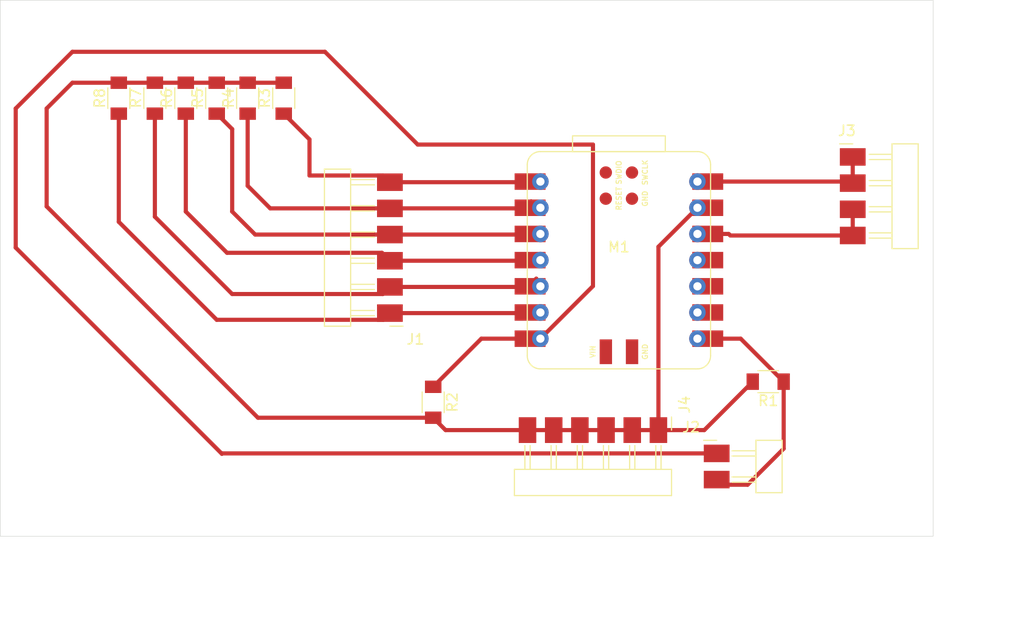
<source format=kicad_pcb>
(kicad_pcb (version 20241229) (generator "pcbnew") (generator_version "9.0")
  (layers (0 "F.Cu" signal) (2 "B.Cu" signal) (13 "F.Paste" user) (15 "B.Paste" user) (5 "F.SilkS" user "F.Silkscreen") (7 "B.SilkS" user "B.Silkscreen") (1 "F.Mask" user) (3 "B.Mask" user) (25 "Edge.Cuts" user))
  (net 0 "")
  (net 1 "Net-(J1-Pin_2)")
  (net 2 "Net-(J1-Pin_3)")
  (net 3 "Net-(J1-Pin_1)")
  (net 4 "Net-(J1-Pin_6)")
  (net 5 "Net-(J1-Pin_5)")
  (net 6 "Net-(J1-Pin_4)")
  (net 7 "Net-(J2-Pin_1)")
  (net 8 "Net-(J2-Pin_2)")
  (net 9 "Net-(J3-Pin_1)")
  (net 10 "Net-(J3-Pin_3)")
  (net 11 "Net-(J4-Pin_1)")
  (footprint "fab:R_1206" (layer "F.Cu") (at 90.5 70 90)
    (property "Reference" "R7" (at 0 -1.85 90) (layer "F.SilkS"))
    (property "Value" "R_1206")
    (fp_line (start -1 -1.07) (end 1 -1.07) (stroke (width 0.12)) (layer "F.SilkS"))
    (fp_line (start 1 1.07) (end -1 1.07) (stroke (width 0.12)) (layer "F.SilkS"))
    (pad "1" smd rect (at -1.5 0 90) (size 1.2 1.6) (layers "F.Cu" "F.Mask" "F.Paste") (net 1 "Net-(J1-Pin_2)"))
    (pad "2" smd rect (at 1.5 0 90) (size 1.2 1.6) (layers "F.Cu" "F.Mask" "F.Paste") (net 11 "Net-(J4-Pin_1)"))
  )
  (footprint "fab:PinHeader_01x02_P2.54mm_Horizontal_SMD" (layer "F.Cu") (at 145 104.46)
    (property "Reference" "J2" (at -1.524 -2.54 0) (layer "F.SilkS") (effects (justify right)))
    (property "Value" "PinHeader_01x02_P2.54mm_Horizontal_SMD")
    (fp_line (start -1.27 -1.27) (end 0 -1.27) (stroke (width 0.12)) (layer "F.SilkS"))
    (fp_line (start 3.81 -1.27) (end 6.35 -1.27) (stroke (width 0.12)) (layer "F.SilkS"))
    (fp_line (start 3.81 -0.254) (end 1.5 -0.254) (stroke (width 0.12)) (layer "F.SilkS"))
    (fp_line (start 3.81 0.254) (end 1.5 0.254) (stroke (width 0.12)) (layer "F.SilkS"))
    (fp_line (start 3.81 2.286) (end 1.5 2.286) (stroke (width 0.12)) (layer "F.SilkS"))
    (fp_line (start 3.81 2.794) (end 1.5 2.794) (stroke (width 0.12)) (layer "F.SilkS"))
    (fp_line (start 3.81 3.81) (end 3.81 -1.27) (stroke (width 0.12)) (layer "F.SilkS"))
    (fp_line (start 6.35 -1.27) (end 6.35 3.81) (stroke (width 0.12)) (layer "F.SilkS"))
    (fp_line (start 6.35 3.81) (end 3.81 3.81) (stroke (width 0.12)) (layer "F.SilkS"))
    (pad "1" smd rect (at 0 0) (size 2.5 1.7) (layers "F.Cu" "F.Mask" "F.Paste") (net 7 "Net-(J2-Pin_1)"))
    (pad "2" smd rect (at 0 2.54) (size 2.5 1.7) (layers "F.Cu" "F.Mask" "F.Paste") (net 8 "Net-(J2-Pin_2)"))
  )
  (footprint "fab:R_1206" (layer "F.Cu") (at 96.5 70 90)
    (property "Reference" "R5" (at 0 -1.85 90) (layer "F.SilkS"))
    (property "Value" "R_1206")
    (fp_line (start -1 -1.07) (end 1 -1.07) (stroke (width 0.12)) (layer "F.SilkS"))
    (fp_line (start 1 1.07) (end -1 1.07) (stroke (width 0.12)) (layer "F.SilkS"))
    (pad "1" smd rect (at -1.5 0 90) (size 1.2 1.6) (layers "F.Cu" "F.Mask" "F.Paste") (net 6 "Net-(J1-Pin_4)"))
    (pad "2" smd rect (at 1.5 0 90) (size 1.2 1.6) (layers "F.Cu" "F.Mask" "F.Paste") (net 11 "Net-(J4-Pin_1)"))
  )
  (footprint "fab:SeeedStudio_XIAO_RP2040" (layer "F.Cu") (at 135.515 85.71)
    (property "Reference" "M1" (at 0 -1.27 0) (layer "F.SilkS"))
    (property "Value" "Module_XIAO-RP2040")
    (fp_line (start -8.8875 9.281) (end -8.8875 -9.261) (stroke (width 0.12)) (layer "F.SilkS"))
    (fp_line (start -7.6175 -10.531) (end 7.6225 -10.531) (stroke (width 0.12)) (layer "F.SilkS"))
    (fp_line (start 7.6225 10.551) (end -7.6175 10.551) (stroke (width 0.12)) (layer "F.SilkS"))
    (fp_line (start 8.8925 -9.261) (end 8.8925 9.281) (stroke (width 0.12)) (layer "F.SilkS"))
    (fp_rect (start -4.4975 -10.531) (end 4.5025 -12.055) (stroke (width 0.12)) (fill no) (layer "F.SilkS"))
    (fp_arc (start -8.8875 -9.261) (mid -8.515526 -10.159026) (end -7.6175 -10.531) (stroke (width 0.12)) (layer "F.SilkS"))
    (fp_arc (start -7.6175 10.551) (mid -8.515526 10.179026) (end -8.8875 9.281) (stroke (width 0.12)) (layer "F.SilkS"))
    (fp_arc (start 7.6225 -10.531) (mid 8.520526 -10.159026) (end 8.8925 -9.261) (stroke (width 0.12)) (layer "F.SilkS"))
    (fp_arc (start 8.8925 9.281) (mid 8.520526 10.179026) (end 7.6225 10.551) (stroke (width 0.12)) (layer "F.SilkS"))
    (fp_text user "SWCLK" (at 2.54 -8.5 90) (layer "F.SilkS") (effects (font (size 0.5 0.5) (thickness 0.1) (bold yes))))
    (fp_text user "GND" (at 2.545 8.89 90) (layer "F.SilkS") (effects (font (size 0.5 0.5) (thickness 0.1) (bold yes))))
    (fp_text user "VIN" (at -2.535 8.89 90) (layer "F.SilkS") (effects (font (size 0.5 0.5) (thickness 0.1) (bold yes))))
    (fp_text user "SWDIO" (at 0 -8.5 90) (layer "F.SilkS") (effects (font (size 0.5 0.5) (thickness 0.1) (bold yes))))
    (fp_text user "RESET" (at 0 -5.96 90) (layer "F.SilkS") (effects (font (size 0.5 0.5) (thickness 0.1) (bold yes))))
    (fp_text user "GND" (at 2.54 -5.96 90) (layer "F.SilkS") (effects (font (size 0.5 0.5) (thickness 0.1) (bold yes))))
    (pad "1" thru_hole circle (at -7.615 -7.62) (size 1.6 1.6) (drill 0.8) (layers "*.Cu" "*.Mask") (net 3 "Net-(J1-Pin_1)"))
    (pad "1" smd rect (at -7.615 -7.62) (size 3 1.6) (drill (offset -1 0)) (layers "F.Cu" "F.Mask" "F.Paste") (net 3 "Net-(J1-Pin_1)"))
    (pad "2" thru_hole circle (at -7.615 -5.08) (size 1.6 1.6) (drill 0.8) (layers "*.Cu" "*.Mask") (net 1 "Net-(J1-Pin_2)"))
    (pad "2" smd rect (at -7.615 -5.08) (size 3 1.6) (drill (offset -1 0)) (layers "F.Cu" "F.Mask" "F.Paste") (net 1 "Net-(J1-Pin_2)"))
    (pad "3" thru_hole circle (at -7.615 -2.54) (size 1.6 1.6) (drill 0.8) (layers "*.Cu" "*.Mask") (net 2 "Net-(J1-Pin_3)"))
    (pad "3" smd rect (at -7.615 -2.54) (size 3 1.6) (drill (offset -1 0)) (layers "F.Cu" "F.Mask" "F.Paste") (net 2 "Net-(J1-Pin_3)"))
    (pad "4" thru_hole circle (at -7.615 0) (size 1.6 1.6) (drill 0.8) (layers "*.Cu" "*.Mask") (net 6 "Net-(J1-Pin_4)"))
    (pad "4" smd rect (at -7.615 0) (size 3 1.6) (drill (offset -1 0)) (layers "F.Cu" "F.Mask" "F.Paste") (net 6 "Net-(J1-Pin_4)"))
    (pad "5" thru_hole circle (at -7.615 2.54) (size 1.6 1.6) (drill 0.8) (layers "*.Cu" "*.Mask") (net 5 "Net-(J1-Pin_5)"))
    (pad "5" smd rect (at -7.615 2.54) (size 3 1.6) (drill (offset -1 0)) (layers "F.Cu" "F.Mask" "F.Paste") (net 5 "Net-(J1-Pin_5)"))
    (pad "6" thru_hole circle (at -7.615 5.08) (size 1.6 1.6) (drill 0.8) (layers "*.Cu" "*.Mask") (net 4 "Net-(J1-Pin_6)"))
    (pad "6" smd rect (at -7.615 5.08) (size 3 1.6) (drill (offset -1 0)) (layers "F.Cu" "F.Mask" "F.Paste") (net 4 "Net-(J1-Pin_6)"))
    (pad "7" thru_hole circle (at -7.615 7.62) (size 1.6 1.6) (drill 0.8) (layers "*.Cu" "*.Mask") (net 7 "Net-(J2-Pin_1)"))
    (pad "7" smd rect (at -7.615 7.62) (size 3 1.6) (drill (offset -1 0)) (layers "F.Cu" "F.Mask" "F.Paste") (net 7 "Net-(J2-Pin_1)"))
    (pad "8" thru_hole circle (at 7.62 7.62) (size 1.6 1.6) (drill 0.8) (layers "*.Cu" "*.Mask") (net 8 "Net-(J2-Pin_2)"))
    (pad "8" smd rect (at 7.62 7.62) (size 3 1.6) (drill (offset 1 0)) (layers "F.Cu" "F.Mask" "F.Paste") (net 8 "Net-(J2-Pin_2)"))
    (pad "9" thru_hole circle (at 7.62 5.08) (size 1.6 1.6) (drill 0.8) (layers "*.Cu" "*.Mask"))
    (pad "9" smd rect (at 7.62 5.08) (size 3 1.6) (drill (offset 1 0)) (layers "F.Cu" "F.Mask" "F.Paste"))
    (pad "10" thru_hole circle (at 7.62 2.54) (size 1.6 1.6) (drill 0.8) (layers "*.Cu" "*.Mask"))
    (pad "10" smd rect (at 7.62 2.54) (size 3 1.6) (drill (offset 1 0)) (layers "F.Cu" "F.Mask" "F.Paste"))
    (pad "11" thru_hole circle (at 7.62 0) (size 1.6 1.6) (drill 0.8) (layers "*.Cu" "*.Mask"))
    (pad "11" smd rect (at 7.62 0) (size 3 1.6) (drill (offset 1 0)) (layers "F.Cu" "F.Mask" "F.Paste"))
    (pad "12" thru_hole circle (at 7.62 -2.54) (size 1.6 1.6) (drill 0.8) (layers "*.Cu" "*.Mask") (net 10 "Net-(J3-Pin_3)"))
    (pad "12" smd rect (at 7.62 -2.54) (size 3 1.6) (drill (offset 1 0)) (layers "F.Cu" "F.Mask" "F.Paste") (net 10 "Net-(J3-Pin_3)"))
    (pad "13" thru_hole circle (at 7.62 -5.08) (size 1.6 1.6) (drill 0.8) (layers "*.Cu" "*.Mask") (net 11 "Net-(J4-Pin_1)"))
    (pad "13" smd rect (at 7.62 -5.08) (size 3 1.6) (drill (offset 1 0)) (layers "F.Cu" "F.Mask" "F.Paste") (net 11 "Net-(J4-Pin_1)"))
    (pad "14" thru_hole circle (at 7.62 -7.62) (size 1.6 1.6) (drill 0.8) (layers "*.Cu" "*.Mask") (net 9 "Net-(J3-Pin_1)"))
    (pad "14" smd rect (at 7.62 -7.62) (size 3 1.6) (drill (offset 1 0)) (layers "F.Cu" "F.Mask" "F.Paste") (net 9 "Net-(J3-Pin_1)"))
    (pad "15" smd rect (at 1.275 8.89 270) (size 2.4 1.2) (layers "F.Cu" "F.Mask" "F.Paste"))
    (pad "16" smd rect (at -1.265 8.89 270) (size 2.4 1.2) (layers "F.Cu" "F.Mask" "F.Paste"))
    (pad "17" smd circle (at -1.27 -8.5) (size 1.2 1.2) (layers "F.Cu" "F.Mask" "F.Paste"))
    (pad "18" smd circle (at -1.27 -5.96) (size 1.2 1.2) (layers "F.Cu" "F.Mask" "F.Paste"))
    (pad "19" smd circle (at 1.27 -5.96) (size 1.2 1.2) (layers "F.Cu" "F.Mask" "F.Paste"))
    (pad "20" smd circle (at 1.27 -8.5) (size 1.2 1.2) (layers "F.Cu" "F.Mask" "F.Paste"))
  )
  (footprint "fab:PinHeader_01x06_P2.54mm_Horizontal_SMD" (layer "F.Cu") (at 113.3 90.85 180)
    (property "Reference" "J1" (at -1.524 -2.54 0) (layer "F.SilkS") (effects (justify left)))
    (property "Value" "PinHeader_01x06_P2.54mm_Horizontal_SMD")
    (fp_line (start 6.35 13.97) (end 3.81 13.97) (stroke (width 0.12)) (layer "F.SilkS"))
    (fp_line (start 6.35 -1.27) (end 6.35 13.97) (stroke (width 0.12)) (layer "F.SilkS"))
    (fp_line (start 3.81 13.97) (end 3.81 -1.27) (stroke (width 0.12)) (layer "F.SilkS"))
    (fp_line (start 3.81 12.954) (end 1.5 12.954) (stroke (width 0.12)) (layer "F.SilkS"))
    (fp_line (start 3.81 12.446) (end 1.5 12.446) (stroke (width 0.12)) (layer "F.SilkS"))
    (fp_line (start 3.81 10.414) (end 1.5 10.414) (stroke (width 0.12)) (layer "F.SilkS"))
    (fp_line (start 3.81 9.906) (end 1.5 9.906) (stroke (width 0.12)) (layer "F.SilkS"))
    (fp_line (start 3.81 7.874) (end 1.5 7.874) (stroke (width 0.12)) (layer "F.SilkS"))
    (fp_line (start 3.81 7.366) (end 1.5 7.366) (stroke (width 0.12)) (layer "F.SilkS"))
    (fp_line (start 3.81 5.334) (end 1.5 5.334) (stroke (width 0.12)) (layer "F.SilkS"))
    (fp_line (start 3.81 4.826) (end 1.5 4.826) (stroke (width 0.12)) (layer "F.SilkS"))
    (fp_line (start 3.81 2.794) (end 1.5 2.794) (stroke (width 0.12)) (layer "F.SilkS"))
    (fp_line (start 3.81 2.286) (end 1.5 2.286) (stroke (width 0.12)) (layer "F.SilkS"))
    (fp_line (start 3.81 0.254) (end 1.5 0.254) (stroke (width 0.12)) (layer "F.SilkS"))
    (fp_line (start 3.81 -0.254) (end 1.5 -0.254) (stroke (width 0.12)) (layer "F.SilkS"))
    (fp_line (start 3.81 -1.27) (end 6.35 -1.27) (stroke (width 0.12)) (layer "F.SilkS"))
    (fp_line (start -1.27 -1.27) (end 0 -1.27) (stroke (width 0.12)) (layer "F.SilkS"))
    (pad "1" smd rect (at 0 0 180) (size 2.5 1.7) (layers "F.Cu" "F.Mask" "F.Paste") (net 3 "Net-(J1-Pin_1)"))
    (pad "2" smd rect (at 0 2.54 180) (size 2.5 1.7) (layers "F.Cu" "F.Mask" "F.Paste") (net 1 "Net-(J1-Pin_2)"))
    (pad "3" smd rect (at 0 5.08 180) (size 2.5 1.7) (layers "F.Cu" "F.Mask" "F.Paste") (net 2 "Net-(J1-Pin_3)"))
    (pad "4" smd rect (at 0 7.62 180) (size 2.5 1.7) (layers "F.Cu" "F.Mask" "F.Paste") (net 6 "Net-(J1-Pin_4)"))
    (pad "5" smd rect (at 0 10.16 180) (size 2.5 1.7) (layers "F.Cu" "F.Mask" "F.Paste") (net 5 "Net-(J1-Pin_5)"))
    (pad "6" smd rect (at 0 12.7 180) (size 2.5 1.7) (layers "F.Cu" "F.Mask" "F.Paste") (net 4 "Net-(J1-Pin_6)"))
  )
  (footprint "fab:R_1206" (layer "F.Cu") (at 117.5 99.5 -90)
    (property "Reference" "R2" (at 0 -1.85 90) (layer "F.SilkS"))
    (property "Value" "R_1206")
    (fp_line (start 1 1.07) (end -1 1.07) (stroke (width 0.12)) (layer "F.SilkS"))
    (fp_line (start -1 -1.07) (end 1 -1.07) (stroke (width 0.12)) (layer "F.SilkS"))
    (pad "1" smd rect (at -1.5 0 270) (size 1.2 1.6) (layers "F.Cu" "F.Mask" "F.Paste") (net 7 "Net-(J2-Pin_1)"))
    (pad "2" smd rect (at 1.5 0 270) (size 1.2 1.6) (layers "F.Cu" "F.Mask" "F.Paste") (net 11 "Net-(J4-Pin_1)"))
  )
  (footprint "fab:R_1206" (layer "F.Cu") (at 99.5 70 90)
    (property "Reference" "R4" (at 0 -1.85 90) (layer "F.SilkS"))
    (property "Value" "R_1206")
    (fp_line (start -1 -1.07) (end 1 -1.07) (stroke (width 0.12)) (layer "F.SilkS"))
    (fp_line (start 1 1.07) (end -1 1.07) (stroke (width 0.12)) (layer "F.SilkS"))
    (pad "1" smd rect (at -1.5 0 90) (size 1.2 1.6) (layers "F.Cu" "F.Mask" "F.Paste") (net 5 "Net-(J1-Pin_5)"))
    (pad "2" smd rect (at 1.5 0 90) (size 1.2 1.6) (layers "F.Cu" "F.Mask" "F.Paste") (net 11 "Net-(J4-Pin_1)"))
  )
  (footprint "fab:PinHeader_01x04_P2.54mm_Horizontal_SMD" (layer "F.Cu") (at 158.2 75.7)
    (property "Reference" "J3" (at -1.524 -2.54 180) (layer "F.SilkS") (effects (justify left)))
    (property "Value" "PinHeader_01x04_P2.54mm_Horizontal_SMD")
    (fp_line (start -1.27 -1.27) (end 0 -1.27) (stroke (width 0.12)) (layer "F.SilkS"))
    (fp_line (start 3.81 -1.27) (end 6.35 -1.27) (stroke (width 0.12)) (layer "F.SilkS"))
    (fp_line (start 3.81 -0.254) (end 1.6 -0.254) (stroke (width 0.12)) (layer "F.SilkS"))
    (fp_line (start 3.81 0.254) (end 1.6 0.254) (stroke (width 0.12)) (layer "F.SilkS"))
    (fp_line (start 3.81 2.286) (end 1.6 2.286) (stroke (width 0.12)) (layer "F.SilkS"))
    (fp_line (start 3.81 2.794) (end 1.6 2.794) (stroke (width 0.12)) (layer "F.SilkS"))
    (fp_line (start 3.81 4.826) (end 1.6 4.826) (stroke (width 0.12)) (layer "F.SilkS"))
    (fp_line (start 3.81 5.334) (end 1.6 5.334) (stroke (width 0.12)) (layer "F.SilkS"))
    (fp_line (start 3.81 7.366) (end 1.6 7.366) (stroke (width 0.12)) (layer "F.SilkS"))
    (fp_line (start 3.81 7.874) (end 1.6 7.874) (stroke (width 0.12)) (layer "F.SilkS"))
    (fp_line (start 3.81 8.89) (end 3.81 -1.27) (stroke (width 0.12)) (layer "F.SilkS"))
    (fp_line (start 6.35 -1.27) (end 6.35 8.89) (stroke (width 0.12)) (layer "F.SilkS"))
    (fp_line (start 6.35 8.89) (end 3.81 8.89) (stroke (width 0.12)) (layer "F.SilkS"))
    (pad "1" smd rect (at 0 0) (size 2.5 1.7) (layers "F.Cu" "F.Mask" "F.Paste") (net 9 "Net-(J3-Pin_1)"))
    (pad "2" smd rect (at 0 2.54) (size 2.5 1.7) (layers "F.Cu" "F.Mask" "F.Paste") (net 9 "Net-(J3-Pin_1)"))
    (pad "3" smd rect (at 0 5.08) (size 2.5 1.7) (layers "F.Cu" "F.Mask" "F.Paste") (net 10 "Net-(J3-Pin_3)"))
    (pad "4" smd rect (at 0 7.62) (size 2.5 1.7) (layers "F.Cu" "F.Mask" "F.Paste") (net 10 "Net-(J3-Pin_3)"))
  )
  (footprint "fab:PinHeader_01x06_P2.54mm_Horizontal_SMD" (layer "F.Cu") (at 139.35 102.2 -90)
    (property "Reference" "J4" (at -1.524 -2.54 90) (layer "F.SilkS") (effects (justify left)))
    (property "Value" "PinHeader_01x06_P2.54mm_Horizontal_SMD")
    (fp_line (start 3.81 13.97) (end 3.81 -1.27) (stroke (width 0.12)) (layer "F.SilkS"))
    (fp_line (start 6.35 13.97) (end 3.81 13.97) (stroke (width 0.12)) (layer "F.SilkS"))
    (fp_line (start 3.81 12.954) (end 1.5 12.954) (stroke (width 0.12)) (layer "F.SilkS"))
    (fp_line (start 3.81 12.446) (end 1.5 12.446) (stroke (width 0.12)) (layer "F.SilkS"))
    (fp_line (start 3.81 10.414) (end 1.5 10.414) (stroke (width 0.12)) (layer "F.SilkS"))
    (fp_line (start 3.81 9.906) (end 1.5 9.906) (stroke (width 0.12)) (layer "F.SilkS"))
    (fp_line (start 3.81 7.874) (end 1.5 7.874) (stroke (width 0.12)) (layer "F.SilkS"))
    (fp_line (start 3.81 7.366) (end 1.5 7.366) (stroke (width 0.12)) (layer "F.SilkS"))
    (fp_line (start 3.81 5.334) (end 1.5 5.334) (stroke (width 0.12)) (layer "F.SilkS"))
    (fp_line (start 3.81 4.826) (end 1.5 4.826) (stroke (width 0.12)) (layer "F.SilkS"))
    (fp_line (start 3.81 2.794) (end 1.5 2.794) (stroke (width 0.12)) (layer "F.SilkS"))
    (fp_line (start 3.81 2.286) (end 1.5 2.286) (stroke (width 0.12)) (layer "F.SilkS"))
    (fp_line (start 3.81 0.254) (end 1.5 0.254) (stroke (width 0.12)) (layer "F.SilkS"))
    (fp_line (start 3.81 -0.254) (end 1.5 -0.254) (stroke (width 0.12)) (layer "F.SilkS"))
    (fp_line (start -1.27 -1.27) (end 0 -1.27) (stroke (width 0.12)) (layer "F.SilkS"))
    (fp_line (start 3.81 -1.27) (end 6.35 -1.27) (stroke (width 0.12)) (layer "F.SilkS"))
    (fp_line (start 6.35 -1.27) (end 6.35 13.97) (stroke (width 0.12)) (layer "F.SilkS"))
    (pad "1" smd rect (at 0 0 270) (size 2.5 1.7) (layers "F.Cu" "F.Mask" "F.Paste") (net 11 "Net-(J4-Pin_1)"))
    (pad "2" smd rect (at 0 2.54 270) (size 2.5 1.7) (layers "F.Cu" "F.Mask" "F.Paste") (net 11 "Net-(J4-Pin_1)"))
    (pad "3" smd rect (at 0 5.08 270) (size 2.5 1.7) (layers "F.Cu" "F.Mask" "F.Paste") (net 11 "Net-(J4-Pin_1)"))
    (pad "4" smd rect (at 0 7.62 270) (size 2.5 1.7) (layers "F.Cu" "F.Mask" "F.Paste") (net 11 "Net-(J4-Pin_1)"))
    (pad "5" smd rect (at 0 10.16 270) (size 2.5 1.7) (layers "F.Cu" "F.Mask" "F.Paste") (net 11 "Net-(J4-Pin_1)"))
    (pad "6" smd rect (at 0 12.7 270) (size 2.5 1.7) (layers "F.Cu" "F.Mask" "F.Paste") (net 11 "Net-(J4-Pin_1)"))
  )
  (footprint "fab:R_1206" (layer "F.Cu") (at 87 70 90)
    (property "Reference" "R8" (at 0 -1.85 90) (layer "F.SilkS"))
    (property "Value" "R_1206")
    (fp_line (start -1 -1.07) (end 1 -1.07) (stroke (width 0.12)) (layer "F.SilkS"))
    (fp_line (start 1 1.07) (end -1 1.07) (stroke (width 0.12)) (layer "F.SilkS"))
    (pad "1" smd rect (at -1.5 0 90) (size 1.2 1.6) (layers "F.Cu" "F.Mask" "F.Paste") (net 3 "Net-(J1-Pin_1)"))
    (pad "2" smd rect (at 1.5 0 90) (size 1.2 1.6) (layers "F.Cu" "F.Mask" "F.Paste") (net 11 "Net-(J4-Pin_1)"))
  )
  (footprint "fab:R_1206" (layer "F.Cu") (at 103 70 90)
    (property "Reference" "R3" (at 0 -1.85 90) (layer "F.SilkS"))
    (property "Value" "R_1206")
    (fp_line (start -1 -1.07) (end 1 -1.07) (stroke (width 0.12)) (layer "F.SilkS"))
    (fp_line (start 1 1.07) (end -1 1.07) (stroke (width 0.12)) (layer "F.SilkS"))
    (pad "1" smd rect (at -1.5 0 90) (size 1.2 1.6) (layers "F.Cu" "F.Mask" "F.Paste") (net 4 "Net-(J1-Pin_6)"))
    (pad "2" smd rect (at 1.5 0 90) (size 1.2 1.6) (layers "F.Cu" "F.Mask" "F.Paste") (net 11 "Net-(J4-Pin_1)"))
  )
  (footprint "fab:R_1206" (layer "F.Cu") (at 150 97.5 180)
    (property "Reference" "R1" (at 0 -1.85 0) (layer "F.SilkS"))
    (property "Value" "R_1206")
    (fp_line (start 1 1.07) (end -1 1.07) (stroke (width 0.12)) (layer "F.SilkS"))
    (fp_line (start -1 -1.07) (end 1 -1.07) (stroke (width 0.12)) (layer "F.SilkS"))
    (pad "1" smd rect (at -1.5 0 180) (size 1.2 1.6) (layers "F.Cu" "F.Mask" "F.Paste") (net 8 "Net-(J2-Pin_2)"))
    (pad "2" smd rect (at 1.5 0 180) (size 1.2 1.6) (layers "F.Cu" "F.Mask" "F.Paste") (net 11 "Net-(J4-Pin_1)"))
  )
  (footprint "fab:R_1206" (layer "F.Cu") (at 93.5 70 90)
    (property "Reference" "R6" (at 0 -1.85 90) (layer "F.SilkS"))
    (property "Value" "R_1206")
    (fp_line (start -1 -1.07) (end 1 -1.07) (stroke (width 0.12)) (layer "F.SilkS"))
    (fp_line (start 1 1.07) (end -1 1.07) (stroke (width 0.12)) (layer "F.SilkS"))
    (pad "1" smd rect (at -1.5 0 90) (size 1.2 1.6) (layers "F.Cu" "F.Mask" "F.Paste") (net 2 "Net-(J1-Pin_3)"))
    (pad "2" smd rect (at 1.5 0 90) (size 1.2 1.6) (layers "F.Cu" "F.Mask" "F.Paste") (net 11 "Net-(J4-Pin_1)"))
  )
  (gr_rect (start 75.5 60.5) (end 166 112.5) (stroke (width 0.05)) (fill no) (layer "Edge.Cuts"))
  (segment (start 113.3 88.31) (end 126.69 88.31) (width 0.4) (layer "F.Cu") (net 1))
  (segment (start 90.5 71.5) (end 90.5 81.5) (width 0.4) (layer "F.Cu") (net 1))
  (segment (start 90.5 81.5) (end 98 89) (width 0.4) (layer "F.Cu") (net 1))
  (segment (start 112.61 89) (end 113.3 88.31) (width 0.4) (layer "F.Cu") (net 1))
  (segment (start 98 89) (end 112.61 89) (width 0.4) (layer "F.Cu") (net 1))
  (segment (start 126.69 88.31) (end 127.5 87.5) (width 0.4) (layer "F.Cu") (net 1))
  (segment (start 113.3 85.77) (end 127.23 85.77) (width 0.4) (layer "F.Cu") (net 2))
  (segment (start 93.5 71.5) (end 93.5 81) (width 0.4) (layer "F.Cu") (net 2))
  (segment (start 93.5 81) (end 97.5 85) (width 0.4) (layer "F.Cu") (net 2))
  (segment (start 112.53 85) (end 113.3 85.77) (width 0.4) (layer "F.Cu") (net 2))
  (segment (start 127.23 85.77) (end 127.5 85.5) (width 0.4) (layer "F.Cu") (net 2))
  (segment (start 97.5 85) (end 112.53 85) (width 0.4) (layer "F.Cu") (net 2))
  (segment (start 87 71.5) (end 87 82) (width 0.4) (layer "F.Cu") (net 3))
  (segment (start 113.3 90.85) (end 126.15 90.85) (width 0.4) (layer "F.Cu") (net 3))
  (segment (start 96.5 91.5) (end 112.65 91.5) (width 0.4) (layer "F.Cu") (net 3))
  (segment (start 87 82) (end 96.5 91.5) (width 0.4) (layer "F.Cu") (net 3))
  (segment (start 126.15 90.85) (end 126.5 90.5) (width 0.4) (layer "F.Cu") (net 3))
  (segment (start 112.65 91.5) (end 113.3 90.85) (width 0.4) (layer "F.Cu") (net 3))
  (segment (start 113.3 78.15) (end 126.85 78.15) (width 0.4) (layer "F.Cu") (net 4))
  (segment (start 105.5 77.5) (end 112.65 77.5) (width 0.4) (layer "F.Cu") (net 4))
  (segment (start 103 71.5) (end 105.5 74) (width 0.4) (layer "F.Cu") (net 4))
  (segment (start 126.85 78.15) (end 127 78) (width 0.4) (layer "F.Cu") (net 4))
  (segment (start 105.5 74) (end 105.5 77.5) (width 0.4) (layer "F.Cu") (net 4))
  (segment (start 112.65 77.5) (end 113.3 78.15) (width 0.4) (layer "F.Cu") (net 4))
  (segment (start 101.69 80.69) (end 113.3 80.69) (width 0.4) (layer "F.Cu") (net 5))
  (segment (start 113.3 80.69) (end 126.31 80.69) (width 0.4) (layer "F.Cu") (net 5))
  (segment (start 99.5 71.5) (end 99.5 78.5) (width 0.4) (layer "F.Cu") (net 5))
  (segment (start 99.5 78.5) (end 101.69 80.69) (width 0.4) (layer "F.Cu") (net 5))
  (segment (start 126.31 80.69) (end 127 80) (width 0.4) (layer "F.Cu") (net 5))
  (segment (start 100.23 83.23) (end 113.3 83.23) (width 0.4) (layer "F.Cu") (net 6))
  (segment (start 127.23 83.23) (end 127.5 83.5) (width 0.4) (layer "F.Cu") (net 6))
  (segment (start 96.5 71.5) (end 98 73) (width 0.4) (layer "F.Cu") (net 6))
  (segment (start 98 81) (end 100.23 83.23) (width 0.4) (layer "F.Cu") (net 6))
  (segment (start 98 73) (end 98 81) (width 0.4) (layer "F.Cu") (net 6))
  (segment (start 113.3 83.23) (end 127.23 83.23) (width 0.4) (layer "F.Cu") (net 6))
  (segment (start 116 74.5) (end 133 74.5) (width 0.4) (layer "F.Cu") (net 7))
  (segment (start 133 74.5) (end 133 88.23) (width 0.4) (layer "F.Cu") (net 7))
  (segment (start 133 88.23) (end 127.9 93.33) (width 0.4) (layer "F.Cu") (net 7))
  (segment (start 145 104.46) (end 97.04 104.46) (width 0.4) (layer "F.Cu") (net 7))
  (segment (start 77 71) (end 82.5 65.5) (width 0.4) (layer "F.Cu") (net 7))
  (segment (start 82.5 65.5) (end 107 65.5) (width 0.4) (layer "F.Cu") (net 7))
  (segment (start 77 84.5) (end 77 71) (width 0.4) (layer "F.Cu") (net 7))
  (segment (start 97.04 104.46) (end 97 104.5) (width 0.4) (layer "F.Cu") (net 7))
  (segment (start 122.17 93.33) (end 127.9 93.33) (width 0.4) (layer "F.Cu") (net 7))
  (segment (start 107 65.5) (end 116 74.5) (width 0.4) (layer "F.Cu") (net 7))
  (segment (start 117.5 98) (end 122.17 93.33) (width 0.4) (layer "F.Cu") (net 7))
  (segment (start 97 104.5) (end 77 84.5) (width 0.4) (layer "F.Cu") (net 7))
  (segment (start 145.5 107.5) (end 145 107) (width 0.4) (layer "F.Cu") (net 8))
  (segment (start 151.5 104) (end 148 107.5) (width 0.4) (layer "F.Cu") (net 8))
  (segment (start 147.33 93.33) (end 143.135 93.33) (width 0.4) (layer "F.Cu") (net 8))
  (segment (start 148 107.5) (end 145.5 107.5) (width 0.4) (layer "F.Cu") (net 8))
  (segment (start 151.5 97.5) (end 151.5 104) (width 0.4) (layer "F.Cu") (net 8))
  (segment (start 151.5 97.5) (end 147.33 93.33) (width 0.4) (layer "F.Cu") (net 8))
  (segment (start 158.2 78.24) (end 158.2 75.7) (width 0.4) (layer "F.Cu") (net 9))
  (segment (start 158.05 78.09) (end 158.2 78.24) (width 0.4) (layer "F.Cu") (net 9))
  (segment (start 143.135 78.09) (end 158.05 78.09) (width 0.4) (layer "F.Cu") (net 9))
  (segment (start 158.2 80.78) (end 158.2 83.32) (width 0.4) (layer "F.Cu") (net 10))
  (segment (start 146.32 83.32) (end 158.2 83.32) (width 0.4) (layer "F.Cu") (net 10))
  (segment (start 143.135 83.17) (end 146.17 83.17) (width 0.4) (layer "F.Cu") (net 10))
  (segment (start 146.17 83.17) (end 146.32 83.32) (width 0.4) (layer "F.Cu") (net 10))
  (segment (start 100.5 101) (end 117.5 101) (width 0.4) (layer "F.Cu") (net 11))
  (segment (start 118.7 102.2) (end 126.65 102.2) (width 0.4) (layer "F.Cu") (net 11))
  (segment (start 126.65 102.2) (end 139.35 102.2) (width 0.4) (layer "F.Cu") (net 11))
  (segment (start 80 80.5) (end 100.5 101) (width 0.4) (layer "F.Cu") (net 11))
  (segment (start 117.5 101) (end 118.7 102.2) (width 0.4) (layer "F.Cu") (net 11))
  (segment (start 148.5 97.5) (end 143.8 102.2) (width 0.4) (layer "F.Cu") (net 11))
  (segment (start 82.5 68.5) (end 80 71) (width 0.4) (layer "F.Cu") (net 11))
  (segment (start 103 68.5) (end 87 68.5) (width 0.4) (layer "F.Cu") (net 11))
  (segment (start 139.35 84.415) (end 143.135 80.63) (width 0.4) (layer "F.Cu") (net 11))
  (segment (start 80 71) (end 80 80.5) (width 0.4) (layer "F.Cu") (net 11))
  (segment (start 139.35 102.2) (end 139.35 84.415) (width 0.4) (layer "F.Cu") (net 11))
  (segment (start 87 68.5) (end 82.5 68.5) (width 0.4) (layer "F.Cu") (net 11))
  (segment (start 143.8 102.2) (end 139.35 102.2) (width 0.4) (layer "F.Cu") (net 11))
)
</source>
